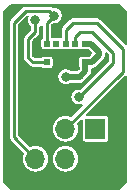
<source format=gbr>
G04 #@! TF.GenerationSoftware,KiCad,Pcbnew,(5.1.2)-2*
G04 #@! TF.CreationDate,2019-12-09T19:03:00+00:00*
G04 #@! TF.ProjectId,laser_range_PCB,6c617365-725f-4726-916e-67655f504342,rev?*
G04 #@! TF.SameCoordinates,Original*
G04 #@! TF.FileFunction,Copper,L1,Top*
G04 #@! TF.FilePolarity,Positive*
%FSLAX46Y46*%
G04 Gerber Fmt 4.6, Leading zero omitted, Abs format (unit mm)*
G04 Created by KiCad (PCBNEW (5.1.2)-2) date 2019-12-09 19:03:00*
%MOMM*%
%LPD*%
G04 APERTURE LIST*
%ADD10O,1.700000X1.700000*%
%ADD11R,1.700000X1.700000*%
%ADD12R,0.500000X0.500000*%
%ADD13R,0.580000X0.500000*%
%ADD14C,0.800000*%
%ADD15C,0.250000*%
%ADD16C,0.500000*%
%ADD17C,0.127000*%
G04 APERTURE END LIST*
D10*
X131420000Y-123540000D03*
X131420000Y-121000000D03*
X133960000Y-123540000D03*
X133960000Y-121000000D03*
X136500000Y-123540000D03*
D11*
X136500000Y-121000000D03*
D12*
X135600000Y-114575000D03*
X135600000Y-113775000D03*
X134800000Y-113775000D03*
X134000000Y-113775000D03*
X133200000Y-113775000D03*
X132400000Y-113775000D03*
X132400000Y-114575000D03*
X132400000Y-115375000D03*
X133200000Y-115375000D03*
X134000000Y-115375000D03*
X134800000Y-115375000D03*
D13*
X135640000Y-115375000D03*
D14*
X133000000Y-111400000D03*
X135100000Y-118300000D03*
X134000000Y-116600000D03*
X131400000Y-111800000D03*
D15*
X132400000Y-113775000D02*
X132400000Y-113563590D01*
X132400000Y-113563590D02*
X132400000Y-112000000D01*
X132400000Y-112000000D02*
X133000000Y-111400000D01*
X133000000Y-111400000D02*
X133000000Y-111400000D01*
D16*
X131460000Y-123600000D02*
X131460000Y-122984002D01*
D15*
X129600000Y-121720000D02*
X131420000Y-123540000D01*
X129600000Y-112000000D02*
X129600000Y-121720000D01*
X130600000Y-111000000D02*
X129600000Y-112000000D01*
X133000000Y-111400000D02*
X132600001Y-111000001D01*
X132600001Y-111000001D02*
X130600000Y-111000000D01*
X134800000Y-113775000D02*
X134800000Y-113200000D01*
X134800000Y-113200000D02*
X135200000Y-112800000D01*
X135200000Y-112800000D02*
X136200000Y-112800000D01*
X136200000Y-112800000D02*
X138000000Y-114600000D01*
X138000000Y-115400000D02*
X138000000Y-114600000D01*
X135100000Y-118300000D02*
X138000000Y-115400000D01*
X134000000Y-112600000D02*
X134000000Y-113775000D01*
X134600000Y-112000000D02*
X134000000Y-112600000D01*
X136600000Y-112000000D02*
X134600000Y-112000000D01*
X138800000Y-114200000D02*
X136600000Y-112000000D01*
X138800000Y-116160000D02*
X138800000Y-114200000D01*
X133960000Y-121000000D02*
X138800000Y-116160000D01*
X134000000Y-116600000D02*
X134000000Y-116600000D01*
D16*
X135640000Y-116125000D02*
X135640000Y-115375000D01*
X135165000Y-116600000D02*
X135640000Y-116125000D01*
X134000000Y-116600000D02*
X135165000Y-116600000D01*
X135600000Y-113775000D02*
X136100000Y-113775000D01*
X136100000Y-113775000D02*
X136800000Y-114475000D01*
X136800000Y-114475000D02*
X136800000Y-114755000D01*
X136800000Y-114755000D02*
X136180000Y-115375000D01*
X136180000Y-115375000D02*
X135640000Y-115375000D01*
D15*
X131400000Y-112800000D02*
X130800000Y-113400000D01*
X130800000Y-113400000D02*
X130800000Y-115000000D01*
X131175000Y-115375000D02*
X132400000Y-115375000D01*
X130800000Y-115000000D02*
X131175000Y-115375000D01*
X131400000Y-112800000D02*
X131400000Y-111800000D01*
D17*
G36*
X139057500Y-111141868D02*
G01*
X139057500Y-113831710D01*
X136928270Y-111702481D01*
X136914409Y-111685591D01*
X136847029Y-111630295D01*
X136770157Y-111589205D01*
X136686745Y-111563903D01*
X136621737Y-111557500D01*
X136621734Y-111557500D01*
X136600000Y-111555359D01*
X136578266Y-111557500D01*
X134621733Y-111557500D01*
X134599999Y-111555359D01*
X134578265Y-111557500D01*
X134578263Y-111557500D01*
X134513255Y-111563903D01*
X134429843Y-111589205D01*
X134352970Y-111630295D01*
X134302823Y-111671449D01*
X134285591Y-111685591D01*
X134271735Y-111702475D01*
X133702480Y-112271731D01*
X133685591Y-112285591D01*
X133661942Y-112314409D01*
X133630295Y-112352971D01*
X133610927Y-112389206D01*
X133589205Y-112429844D01*
X133563903Y-112513256D01*
X133557500Y-112578263D01*
X133555359Y-112600000D01*
X133557500Y-112621735D01*
X133557501Y-113225823D01*
X133512241Y-113212094D01*
X133450000Y-113205964D01*
X132950000Y-113205964D01*
X132887759Y-113212094D01*
X132842500Y-113225823D01*
X132842500Y-112183289D01*
X132911781Y-112114009D01*
X132929332Y-112117500D01*
X133070668Y-112117500D01*
X133209287Y-112089927D01*
X133339864Y-112035841D01*
X133457380Y-111957319D01*
X133557319Y-111857380D01*
X133635841Y-111739864D01*
X133689927Y-111609287D01*
X133717500Y-111470668D01*
X133717500Y-111329332D01*
X133689927Y-111190713D01*
X133635841Y-111060136D01*
X133557319Y-110942620D01*
X133457380Y-110842681D01*
X133339864Y-110764159D01*
X133209287Y-110710073D01*
X133070668Y-110682500D01*
X132929332Y-110682500D01*
X132914288Y-110685493D01*
X132878159Y-110655843D01*
X132847030Y-110630296D01*
X132770157Y-110589206D01*
X132686746Y-110563905D01*
X132600001Y-110555360D01*
X132578257Y-110557502D01*
X130621737Y-110557500D01*
X130600000Y-110555359D01*
X130513255Y-110563903D01*
X130429843Y-110589205D01*
X130352971Y-110630295D01*
X130302475Y-110671735D01*
X130302470Y-110671740D01*
X130285592Y-110685591D01*
X130271740Y-110702470D01*
X129302480Y-111671731D01*
X129285591Y-111685591D01*
X129261942Y-111714409D01*
X129230295Y-111752971D01*
X129216776Y-111778263D01*
X129189205Y-111829844D01*
X129163903Y-111913256D01*
X129159563Y-111957319D01*
X129155359Y-112000000D01*
X129157500Y-112021735D01*
X129157501Y-121698255D01*
X129155359Y-121720000D01*
X129163904Y-121806745D01*
X129189205Y-121890156D01*
X129230295Y-121967029D01*
X129271735Y-122017524D01*
X129285592Y-122034409D01*
X129302476Y-122048265D01*
X130339326Y-123085116D01*
X130336152Y-123091055D01*
X130269393Y-123311130D01*
X130246851Y-123540000D01*
X130269393Y-123768870D01*
X130336152Y-123988945D01*
X130444562Y-124191767D01*
X130590458Y-124369542D01*
X130768233Y-124515438D01*
X130971055Y-124623848D01*
X131191130Y-124690607D01*
X131362645Y-124707500D01*
X131477355Y-124707500D01*
X131648870Y-124690607D01*
X131868945Y-124623848D01*
X132071767Y-124515438D01*
X132249542Y-124369542D01*
X132395438Y-124191767D01*
X132503848Y-123988945D01*
X132570607Y-123768870D01*
X132593149Y-123540000D01*
X132786851Y-123540000D01*
X132809393Y-123768870D01*
X132876152Y-123988945D01*
X132984562Y-124191767D01*
X133130458Y-124369542D01*
X133308233Y-124515438D01*
X133511055Y-124623848D01*
X133731130Y-124690607D01*
X133902645Y-124707500D01*
X134017355Y-124707500D01*
X134188870Y-124690607D01*
X134408945Y-124623848D01*
X134611767Y-124515438D01*
X134789542Y-124369542D01*
X134935438Y-124191767D01*
X135043848Y-123988945D01*
X135110607Y-123768870D01*
X135133149Y-123540000D01*
X135110607Y-123311130D01*
X135043848Y-123091055D01*
X134935438Y-122888233D01*
X134789542Y-122710458D01*
X134611767Y-122564562D01*
X134408945Y-122456152D01*
X134188870Y-122389393D01*
X134017355Y-122372500D01*
X133902645Y-122372500D01*
X133731130Y-122389393D01*
X133511055Y-122456152D01*
X133308233Y-122564562D01*
X133130458Y-122710458D01*
X132984562Y-122888233D01*
X132876152Y-123091055D01*
X132809393Y-123311130D01*
X132786851Y-123540000D01*
X132593149Y-123540000D01*
X132570607Y-123311130D01*
X132503848Y-123091055D01*
X132395438Y-122888233D01*
X132249542Y-122710458D01*
X132071767Y-122564562D01*
X131868945Y-122456152D01*
X131648870Y-122389393D01*
X131477355Y-122372500D01*
X131362645Y-122372500D01*
X131191130Y-122389393D01*
X130971055Y-122456152D01*
X130965116Y-122459326D01*
X130042500Y-121536711D01*
X130042500Y-112183289D01*
X130763102Y-111462688D01*
X130710073Y-111590713D01*
X130682500Y-111729332D01*
X130682500Y-111870668D01*
X130710073Y-112009287D01*
X130764159Y-112139864D01*
X130842681Y-112257380D01*
X130942620Y-112357319D01*
X130957500Y-112367262D01*
X130957500Y-112616710D01*
X130502480Y-113071731D01*
X130485591Y-113085591D01*
X130462889Y-113113255D01*
X130430295Y-113152971D01*
X130416776Y-113178263D01*
X130389205Y-113229844D01*
X130363903Y-113313256D01*
X130359889Y-113354010D01*
X130355359Y-113400000D01*
X130357500Y-113421735D01*
X130357501Y-114978256D01*
X130355359Y-115000000D01*
X130363904Y-115086745D01*
X130389205Y-115170156D01*
X130430295Y-115247029D01*
X130464128Y-115288255D01*
X130485592Y-115314409D01*
X130502476Y-115328265D01*
X130846735Y-115672525D01*
X130860591Y-115689409D01*
X130877475Y-115703265D01*
X130927970Y-115744705D01*
X130990679Y-115778224D01*
X131004843Y-115785795D01*
X131088255Y-115811097D01*
X131153263Y-115817500D01*
X131153265Y-115817500D01*
X131174999Y-115819641D01*
X131196733Y-115817500D01*
X131897249Y-115817500D01*
X131924407Y-115850593D01*
X131972753Y-115890269D01*
X132027910Y-115919751D01*
X132087759Y-115937906D01*
X132150000Y-115944036D01*
X132650000Y-115944036D01*
X132712241Y-115937906D01*
X132772090Y-115919751D01*
X132827247Y-115890269D01*
X132875593Y-115850593D01*
X132915269Y-115802247D01*
X132944751Y-115747090D01*
X132962906Y-115687241D01*
X132969036Y-115625000D01*
X132969036Y-115125000D01*
X132962906Y-115062759D01*
X132944751Y-115002910D01*
X132915269Y-114947753D01*
X132875593Y-114899407D01*
X132827247Y-114859731D01*
X132772090Y-114830249D01*
X132712241Y-114812094D01*
X132650000Y-114805964D01*
X132150000Y-114805964D01*
X132087759Y-114812094D01*
X132027910Y-114830249D01*
X131972753Y-114859731D01*
X131924407Y-114899407D01*
X131897249Y-114932500D01*
X131358290Y-114932500D01*
X131242500Y-114816711D01*
X131242500Y-113583289D01*
X131697526Y-113128264D01*
X131714409Y-113114409D01*
X131738059Y-113085591D01*
X131769705Y-113047030D01*
X131810795Y-112970157D01*
X131823502Y-112928265D01*
X131836097Y-112886745D01*
X131842500Y-112821737D01*
X131842500Y-112821735D01*
X131844641Y-112800001D01*
X131842500Y-112778267D01*
X131842500Y-112367262D01*
X131857380Y-112357319D01*
X131957319Y-112257380D01*
X131957501Y-112257108D01*
X131957500Y-113272248D01*
X131924407Y-113299407D01*
X131884731Y-113347753D01*
X131855249Y-113402910D01*
X131837094Y-113462759D01*
X131830964Y-113525000D01*
X131830964Y-114025000D01*
X131837094Y-114087241D01*
X131855249Y-114147090D01*
X131884731Y-114202247D01*
X131924407Y-114250593D01*
X131972753Y-114290269D01*
X132027910Y-114319751D01*
X132087759Y-114337906D01*
X132150000Y-114344036D01*
X132650000Y-114344036D01*
X132712241Y-114337906D01*
X132772090Y-114319751D01*
X132800000Y-114304833D01*
X132827910Y-114319751D01*
X132887759Y-114337906D01*
X132950000Y-114344036D01*
X133450000Y-114344036D01*
X133512241Y-114337906D01*
X133572090Y-114319751D01*
X133600000Y-114304833D01*
X133627910Y-114319751D01*
X133687759Y-114337906D01*
X133750000Y-114344036D01*
X134250000Y-114344036D01*
X134312241Y-114337906D01*
X134372090Y-114319751D01*
X134400000Y-114304833D01*
X134427910Y-114319751D01*
X134487759Y-114337906D01*
X134550000Y-114344036D01*
X135050000Y-114344036D01*
X135112241Y-114337906D01*
X135172090Y-114319751D01*
X135200000Y-114304833D01*
X135227910Y-114319751D01*
X135287759Y-114337906D01*
X135350000Y-114344036D01*
X135850000Y-114344036D01*
X135864994Y-114342559D01*
X136137434Y-114615000D01*
X135944994Y-114807441D01*
X135930000Y-114805964D01*
X135652275Y-114805964D01*
X135640000Y-114804755D01*
X135627725Y-114805964D01*
X135350000Y-114805964D01*
X135287759Y-114812094D01*
X135227910Y-114830249D01*
X135172753Y-114859731D01*
X135124407Y-114899407D01*
X135084731Y-114947753D01*
X135055249Y-115002910D01*
X135037094Y-115062759D01*
X135030964Y-115125000D01*
X135030964Y-115625000D01*
X135037094Y-115687241D01*
X135055249Y-115747090D01*
X135072500Y-115779364D01*
X135072500Y-115889934D01*
X134929935Y-116032500D01*
X134442143Y-116032500D01*
X134339864Y-115964159D01*
X134209287Y-115910073D01*
X134070668Y-115882500D01*
X133929332Y-115882500D01*
X133790713Y-115910073D01*
X133660136Y-115964159D01*
X133542620Y-116042681D01*
X133442681Y-116142620D01*
X133364159Y-116260136D01*
X133310073Y-116390713D01*
X133282500Y-116529332D01*
X133282500Y-116670668D01*
X133310073Y-116809287D01*
X133364159Y-116939864D01*
X133442681Y-117057380D01*
X133542620Y-117157319D01*
X133660136Y-117235841D01*
X133790713Y-117289927D01*
X133929332Y-117317500D01*
X134070668Y-117317500D01*
X134209287Y-117289927D01*
X134339864Y-117235841D01*
X134442143Y-117167500D01*
X135137140Y-117167500D01*
X135165000Y-117170244D01*
X135192860Y-117167500D01*
X135192871Y-117167500D01*
X135276249Y-117159288D01*
X135383223Y-117126838D01*
X135481811Y-117074141D01*
X135568224Y-117003224D01*
X135585994Y-116981571D01*
X136021576Y-116545990D01*
X136043224Y-116528224D01*
X136114141Y-116441811D01*
X136166838Y-116343223D01*
X136199288Y-116236249D01*
X136207500Y-116152871D01*
X136207500Y-116152861D01*
X136210244Y-116125001D01*
X136207500Y-116097141D01*
X136207500Y-115942536D01*
X136207860Y-115942500D01*
X136207871Y-115942500D01*
X136291249Y-115934288D01*
X136398223Y-115901838D01*
X136496811Y-115849141D01*
X136583224Y-115778224D01*
X136600994Y-115756571D01*
X137181576Y-115175990D01*
X137203224Y-115158224D01*
X137274141Y-115071811D01*
X137300906Y-115021737D01*
X137326837Y-114973225D01*
X137329573Y-114964205D01*
X137359288Y-114866248D01*
X137367500Y-114782870D01*
X137367500Y-114782861D01*
X137370244Y-114755001D01*
X137367500Y-114727141D01*
X137367500Y-114593289D01*
X137557501Y-114783290D01*
X137557500Y-115216711D01*
X135188220Y-117585991D01*
X135170668Y-117582500D01*
X135029332Y-117582500D01*
X134890713Y-117610073D01*
X134760136Y-117664159D01*
X134642620Y-117742681D01*
X134542681Y-117842620D01*
X134464159Y-117960136D01*
X134410073Y-118090713D01*
X134382500Y-118229332D01*
X134382500Y-118370668D01*
X134410073Y-118509287D01*
X134464159Y-118639864D01*
X134542681Y-118757380D01*
X134642620Y-118857319D01*
X134760136Y-118935841D01*
X134890713Y-118989927D01*
X135029332Y-119017500D01*
X135170668Y-119017500D01*
X135309287Y-118989927D01*
X135369029Y-118965181D01*
X134414884Y-119919327D01*
X134408945Y-119916152D01*
X134188870Y-119849393D01*
X134017355Y-119832500D01*
X133902645Y-119832500D01*
X133731130Y-119849393D01*
X133511055Y-119916152D01*
X133308233Y-120024562D01*
X133130458Y-120170458D01*
X132984562Y-120348233D01*
X132876152Y-120551055D01*
X132809393Y-120771130D01*
X132786851Y-121000000D01*
X132809393Y-121228870D01*
X132876152Y-121448945D01*
X132984562Y-121651767D01*
X133130458Y-121829542D01*
X133308233Y-121975438D01*
X133511055Y-122083848D01*
X133731130Y-122150607D01*
X133902645Y-122167500D01*
X134017355Y-122167500D01*
X134188870Y-122150607D01*
X134408945Y-122083848D01*
X134611767Y-121975438D01*
X134789542Y-121829542D01*
X134935438Y-121651767D01*
X135043848Y-121448945D01*
X135110607Y-121228870D01*
X135133149Y-121000000D01*
X135110607Y-120771130D01*
X135043848Y-120551055D01*
X135040673Y-120545116D01*
X135330964Y-120254825D01*
X135330964Y-121850000D01*
X135337094Y-121912241D01*
X135355249Y-121972090D01*
X135384731Y-122027247D01*
X135424407Y-122075593D01*
X135472753Y-122115269D01*
X135527910Y-122144751D01*
X135587759Y-122162906D01*
X135650000Y-122169036D01*
X137350000Y-122169036D01*
X137412241Y-122162906D01*
X137472090Y-122144751D01*
X137527247Y-122115269D01*
X137575593Y-122075593D01*
X137615269Y-122027247D01*
X137644751Y-121972090D01*
X137662906Y-121912241D01*
X137669036Y-121850000D01*
X137669036Y-120150000D01*
X137662906Y-120087759D01*
X137644751Y-120027910D01*
X137615269Y-119972753D01*
X137575593Y-119924407D01*
X137527247Y-119884731D01*
X137472090Y-119855249D01*
X137412241Y-119837094D01*
X137350000Y-119830964D01*
X135754825Y-119830964D01*
X139057500Y-116528290D01*
X139057501Y-125458131D01*
X138458133Y-126057500D01*
X129341868Y-126057500D01*
X128742500Y-125458133D01*
X128742500Y-111141867D01*
X129341868Y-110542500D01*
X138458133Y-110542500D01*
X139057500Y-111141868D01*
X139057500Y-111141868D01*
G37*
X139057500Y-111141868D02*
X139057500Y-113831710D01*
X136928270Y-111702481D01*
X136914409Y-111685591D01*
X136847029Y-111630295D01*
X136770157Y-111589205D01*
X136686745Y-111563903D01*
X136621737Y-111557500D01*
X136621734Y-111557500D01*
X136600000Y-111555359D01*
X136578266Y-111557500D01*
X134621733Y-111557500D01*
X134599999Y-111555359D01*
X134578265Y-111557500D01*
X134578263Y-111557500D01*
X134513255Y-111563903D01*
X134429843Y-111589205D01*
X134352970Y-111630295D01*
X134302823Y-111671449D01*
X134285591Y-111685591D01*
X134271735Y-111702475D01*
X133702480Y-112271731D01*
X133685591Y-112285591D01*
X133661942Y-112314409D01*
X133630295Y-112352971D01*
X133610927Y-112389206D01*
X133589205Y-112429844D01*
X133563903Y-112513256D01*
X133557500Y-112578263D01*
X133555359Y-112600000D01*
X133557500Y-112621735D01*
X133557501Y-113225823D01*
X133512241Y-113212094D01*
X133450000Y-113205964D01*
X132950000Y-113205964D01*
X132887759Y-113212094D01*
X132842500Y-113225823D01*
X132842500Y-112183289D01*
X132911781Y-112114009D01*
X132929332Y-112117500D01*
X133070668Y-112117500D01*
X133209287Y-112089927D01*
X133339864Y-112035841D01*
X133457380Y-111957319D01*
X133557319Y-111857380D01*
X133635841Y-111739864D01*
X133689927Y-111609287D01*
X133717500Y-111470668D01*
X133717500Y-111329332D01*
X133689927Y-111190713D01*
X133635841Y-111060136D01*
X133557319Y-110942620D01*
X133457380Y-110842681D01*
X133339864Y-110764159D01*
X133209287Y-110710073D01*
X133070668Y-110682500D01*
X132929332Y-110682500D01*
X132914288Y-110685493D01*
X132878159Y-110655843D01*
X132847030Y-110630296D01*
X132770157Y-110589206D01*
X132686746Y-110563905D01*
X132600001Y-110555360D01*
X132578257Y-110557502D01*
X130621737Y-110557500D01*
X130600000Y-110555359D01*
X130513255Y-110563903D01*
X130429843Y-110589205D01*
X130352971Y-110630295D01*
X130302475Y-110671735D01*
X130302470Y-110671740D01*
X130285592Y-110685591D01*
X130271740Y-110702470D01*
X129302480Y-111671731D01*
X129285591Y-111685591D01*
X129261942Y-111714409D01*
X129230295Y-111752971D01*
X129216776Y-111778263D01*
X129189205Y-111829844D01*
X129163903Y-111913256D01*
X129159563Y-111957319D01*
X129155359Y-112000000D01*
X129157500Y-112021735D01*
X129157501Y-121698255D01*
X129155359Y-121720000D01*
X129163904Y-121806745D01*
X129189205Y-121890156D01*
X129230295Y-121967029D01*
X129271735Y-122017524D01*
X129285592Y-122034409D01*
X129302476Y-122048265D01*
X130339326Y-123085116D01*
X130336152Y-123091055D01*
X130269393Y-123311130D01*
X130246851Y-123540000D01*
X130269393Y-123768870D01*
X130336152Y-123988945D01*
X130444562Y-124191767D01*
X130590458Y-124369542D01*
X130768233Y-124515438D01*
X130971055Y-124623848D01*
X131191130Y-124690607D01*
X131362645Y-124707500D01*
X131477355Y-124707500D01*
X131648870Y-124690607D01*
X131868945Y-124623848D01*
X132071767Y-124515438D01*
X132249542Y-124369542D01*
X132395438Y-124191767D01*
X132503848Y-123988945D01*
X132570607Y-123768870D01*
X132593149Y-123540000D01*
X132786851Y-123540000D01*
X132809393Y-123768870D01*
X132876152Y-123988945D01*
X132984562Y-124191767D01*
X133130458Y-124369542D01*
X133308233Y-124515438D01*
X133511055Y-124623848D01*
X133731130Y-124690607D01*
X133902645Y-124707500D01*
X134017355Y-124707500D01*
X134188870Y-124690607D01*
X134408945Y-124623848D01*
X134611767Y-124515438D01*
X134789542Y-124369542D01*
X134935438Y-124191767D01*
X135043848Y-123988945D01*
X135110607Y-123768870D01*
X135133149Y-123540000D01*
X135110607Y-123311130D01*
X135043848Y-123091055D01*
X134935438Y-122888233D01*
X134789542Y-122710458D01*
X134611767Y-122564562D01*
X134408945Y-122456152D01*
X134188870Y-122389393D01*
X134017355Y-122372500D01*
X133902645Y-122372500D01*
X133731130Y-122389393D01*
X133511055Y-122456152D01*
X133308233Y-122564562D01*
X133130458Y-122710458D01*
X132984562Y-122888233D01*
X132876152Y-123091055D01*
X132809393Y-123311130D01*
X132786851Y-123540000D01*
X132593149Y-123540000D01*
X132570607Y-123311130D01*
X132503848Y-123091055D01*
X132395438Y-122888233D01*
X132249542Y-122710458D01*
X132071767Y-122564562D01*
X131868945Y-122456152D01*
X131648870Y-122389393D01*
X131477355Y-122372500D01*
X131362645Y-122372500D01*
X131191130Y-122389393D01*
X130971055Y-122456152D01*
X130965116Y-122459326D01*
X130042500Y-121536711D01*
X130042500Y-112183289D01*
X130763102Y-111462688D01*
X130710073Y-111590713D01*
X130682500Y-111729332D01*
X130682500Y-111870668D01*
X130710073Y-112009287D01*
X130764159Y-112139864D01*
X130842681Y-112257380D01*
X130942620Y-112357319D01*
X130957500Y-112367262D01*
X130957500Y-112616710D01*
X130502480Y-113071731D01*
X130485591Y-113085591D01*
X130462889Y-113113255D01*
X130430295Y-113152971D01*
X130416776Y-113178263D01*
X130389205Y-113229844D01*
X130363903Y-113313256D01*
X130359889Y-113354010D01*
X130355359Y-113400000D01*
X130357500Y-113421735D01*
X130357501Y-114978256D01*
X130355359Y-115000000D01*
X130363904Y-115086745D01*
X130389205Y-115170156D01*
X130430295Y-115247029D01*
X130464128Y-115288255D01*
X130485592Y-115314409D01*
X130502476Y-115328265D01*
X130846735Y-115672525D01*
X130860591Y-115689409D01*
X130877475Y-115703265D01*
X130927970Y-115744705D01*
X130990679Y-115778224D01*
X131004843Y-115785795D01*
X131088255Y-115811097D01*
X131153263Y-115817500D01*
X131153265Y-115817500D01*
X131174999Y-115819641D01*
X131196733Y-115817500D01*
X131897249Y-115817500D01*
X131924407Y-115850593D01*
X131972753Y-115890269D01*
X132027910Y-115919751D01*
X132087759Y-115937906D01*
X132150000Y-115944036D01*
X132650000Y-115944036D01*
X132712241Y-115937906D01*
X132772090Y-115919751D01*
X132827247Y-115890269D01*
X132875593Y-115850593D01*
X132915269Y-115802247D01*
X132944751Y-115747090D01*
X132962906Y-115687241D01*
X132969036Y-115625000D01*
X132969036Y-115125000D01*
X132962906Y-115062759D01*
X132944751Y-115002910D01*
X132915269Y-114947753D01*
X132875593Y-114899407D01*
X132827247Y-114859731D01*
X132772090Y-114830249D01*
X132712241Y-114812094D01*
X132650000Y-114805964D01*
X132150000Y-114805964D01*
X132087759Y-114812094D01*
X132027910Y-114830249D01*
X131972753Y-114859731D01*
X131924407Y-114899407D01*
X131897249Y-114932500D01*
X131358290Y-114932500D01*
X131242500Y-114816711D01*
X131242500Y-113583289D01*
X131697526Y-113128264D01*
X131714409Y-113114409D01*
X131738059Y-113085591D01*
X131769705Y-113047030D01*
X131810795Y-112970157D01*
X131823502Y-112928265D01*
X131836097Y-112886745D01*
X131842500Y-112821737D01*
X131842500Y-112821735D01*
X131844641Y-112800001D01*
X131842500Y-112778267D01*
X131842500Y-112367262D01*
X131857380Y-112357319D01*
X131957319Y-112257380D01*
X131957501Y-112257108D01*
X131957500Y-113272248D01*
X131924407Y-113299407D01*
X131884731Y-113347753D01*
X131855249Y-113402910D01*
X131837094Y-113462759D01*
X131830964Y-113525000D01*
X131830964Y-114025000D01*
X131837094Y-114087241D01*
X131855249Y-114147090D01*
X131884731Y-114202247D01*
X131924407Y-114250593D01*
X131972753Y-114290269D01*
X132027910Y-114319751D01*
X132087759Y-114337906D01*
X132150000Y-114344036D01*
X132650000Y-114344036D01*
X132712241Y-114337906D01*
X132772090Y-114319751D01*
X132800000Y-114304833D01*
X132827910Y-114319751D01*
X132887759Y-114337906D01*
X132950000Y-114344036D01*
X133450000Y-114344036D01*
X133512241Y-114337906D01*
X133572090Y-114319751D01*
X133600000Y-114304833D01*
X133627910Y-114319751D01*
X133687759Y-114337906D01*
X133750000Y-114344036D01*
X134250000Y-114344036D01*
X134312241Y-114337906D01*
X134372090Y-114319751D01*
X134400000Y-114304833D01*
X134427910Y-114319751D01*
X134487759Y-114337906D01*
X134550000Y-114344036D01*
X135050000Y-114344036D01*
X135112241Y-114337906D01*
X135172090Y-114319751D01*
X135200000Y-114304833D01*
X135227910Y-114319751D01*
X135287759Y-114337906D01*
X135350000Y-114344036D01*
X135850000Y-114344036D01*
X135864994Y-114342559D01*
X136137434Y-114615000D01*
X135944994Y-114807441D01*
X135930000Y-114805964D01*
X135652275Y-114805964D01*
X135640000Y-114804755D01*
X135627725Y-114805964D01*
X135350000Y-114805964D01*
X135287759Y-114812094D01*
X135227910Y-114830249D01*
X135172753Y-114859731D01*
X135124407Y-114899407D01*
X135084731Y-114947753D01*
X135055249Y-115002910D01*
X135037094Y-115062759D01*
X135030964Y-115125000D01*
X135030964Y-115625000D01*
X135037094Y-115687241D01*
X135055249Y-115747090D01*
X135072500Y-115779364D01*
X135072500Y-115889934D01*
X134929935Y-116032500D01*
X134442143Y-116032500D01*
X134339864Y-115964159D01*
X134209287Y-115910073D01*
X134070668Y-115882500D01*
X133929332Y-115882500D01*
X133790713Y-115910073D01*
X133660136Y-115964159D01*
X133542620Y-116042681D01*
X133442681Y-116142620D01*
X133364159Y-116260136D01*
X133310073Y-116390713D01*
X133282500Y-116529332D01*
X133282500Y-116670668D01*
X133310073Y-116809287D01*
X133364159Y-116939864D01*
X133442681Y-117057380D01*
X133542620Y-117157319D01*
X133660136Y-117235841D01*
X133790713Y-117289927D01*
X133929332Y-117317500D01*
X134070668Y-117317500D01*
X134209287Y-117289927D01*
X134339864Y-117235841D01*
X134442143Y-117167500D01*
X135137140Y-117167500D01*
X135165000Y-117170244D01*
X135192860Y-117167500D01*
X135192871Y-117167500D01*
X135276249Y-117159288D01*
X135383223Y-117126838D01*
X135481811Y-117074141D01*
X135568224Y-117003224D01*
X135585994Y-116981571D01*
X136021576Y-116545990D01*
X136043224Y-116528224D01*
X136114141Y-116441811D01*
X136166838Y-116343223D01*
X136199288Y-116236249D01*
X136207500Y-116152871D01*
X136207500Y-116152861D01*
X136210244Y-116125001D01*
X136207500Y-116097141D01*
X136207500Y-115942536D01*
X136207860Y-115942500D01*
X136207871Y-115942500D01*
X136291249Y-115934288D01*
X136398223Y-115901838D01*
X136496811Y-115849141D01*
X136583224Y-115778224D01*
X136600994Y-115756571D01*
X137181576Y-115175990D01*
X137203224Y-115158224D01*
X137274141Y-115071811D01*
X137300906Y-115021737D01*
X137326837Y-114973225D01*
X137329573Y-114964205D01*
X137359288Y-114866248D01*
X137367500Y-114782870D01*
X137367500Y-114782861D01*
X137370244Y-114755001D01*
X137367500Y-114727141D01*
X137367500Y-114593289D01*
X137557501Y-114783290D01*
X137557500Y-115216711D01*
X135188220Y-117585991D01*
X135170668Y-117582500D01*
X135029332Y-117582500D01*
X134890713Y-117610073D01*
X134760136Y-117664159D01*
X134642620Y-117742681D01*
X134542681Y-117842620D01*
X134464159Y-117960136D01*
X134410073Y-118090713D01*
X134382500Y-118229332D01*
X134382500Y-118370668D01*
X134410073Y-118509287D01*
X134464159Y-118639864D01*
X134542681Y-118757380D01*
X134642620Y-118857319D01*
X134760136Y-118935841D01*
X134890713Y-118989927D01*
X135029332Y-119017500D01*
X135170668Y-119017500D01*
X135309287Y-118989927D01*
X135369029Y-118965181D01*
X134414884Y-119919327D01*
X134408945Y-119916152D01*
X134188870Y-119849393D01*
X134017355Y-119832500D01*
X133902645Y-119832500D01*
X133731130Y-119849393D01*
X133511055Y-119916152D01*
X133308233Y-120024562D01*
X133130458Y-120170458D01*
X132984562Y-120348233D01*
X132876152Y-120551055D01*
X132809393Y-120771130D01*
X132786851Y-121000000D01*
X132809393Y-121228870D01*
X132876152Y-121448945D01*
X132984562Y-121651767D01*
X133130458Y-121829542D01*
X133308233Y-121975438D01*
X133511055Y-122083848D01*
X133731130Y-122150607D01*
X133902645Y-122167500D01*
X134017355Y-122167500D01*
X134188870Y-122150607D01*
X134408945Y-122083848D01*
X134611767Y-121975438D01*
X134789542Y-121829542D01*
X134935438Y-121651767D01*
X135043848Y-121448945D01*
X135110607Y-121228870D01*
X135133149Y-121000000D01*
X135110607Y-120771130D01*
X135043848Y-120551055D01*
X135040673Y-120545116D01*
X135330964Y-120254825D01*
X135330964Y-121850000D01*
X135337094Y-121912241D01*
X135355249Y-121972090D01*
X135384731Y-122027247D01*
X135424407Y-122075593D01*
X135472753Y-122115269D01*
X135527910Y-122144751D01*
X135587759Y-122162906D01*
X135650000Y-122169036D01*
X137350000Y-122169036D01*
X137412241Y-122162906D01*
X137472090Y-122144751D01*
X137527247Y-122115269D01*
X137575593Y-122075593D01*
X137615269Y-122027247D01*
X137644751Y-121972090D01*
X137662906Y-121912241D01*
X137669036Y-121850000D01*
X137669036Y-120150000D01*
X137662906Y-120087759D01*
X137644751Y-120027910D01*
X137615269Y-119972753D01*
X137575593Y-119924407D01*
X137527247Y-119884731D01*
X137472090Y-119855249D01*
X137412241Y-119837094D01*
X137350000Y-119830964D01*
X135754825Y-119830964D01*
X139057500Y-116528290D01*
X139057501Y-125458131D01*
X138458133Y-126057500D01*
X129341868Y-126057500D01*
X128742500Y-125458133D01*
X128742500Y-111141867D01*
X129341868Y-110542500D01*
X138458133Y-110542500D01*
X139057500Y-111141868D01*
M02*

</source>
